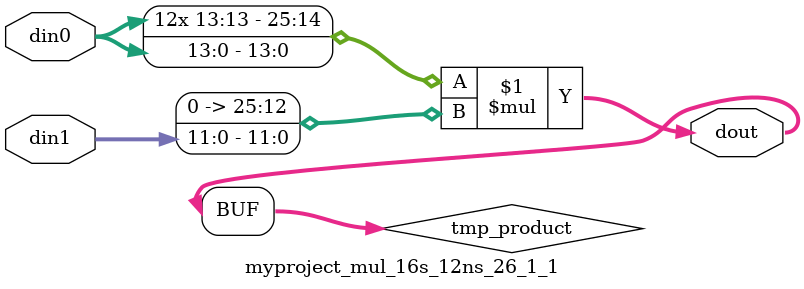
<source format=v>

`timescale 1 ns / 1 ps

 module myproject_mul_16s_12ns_26_1_1(din0, din1, dout);
parameter ID = 1;
parameter NUM_STAGE = 0;
parameter din0_WIDTH = 14;
parameter din1_WIDTH = 12;
parameter dout_WIDTH = 26;

input [din0_WIDTH - 1 : 0] din0; 
input [din1_WIDTH - 1 : 0] din1; 
output [dout_WIDTH - 1 : 0] dout;

wire signed [dout_WIDTH - 1 : 0] tmp_product;


























assign tmp_product = $signed(din0) * $signed({1'b0, din1});









assign dout = tmp_product;





















endmodule

</source>
